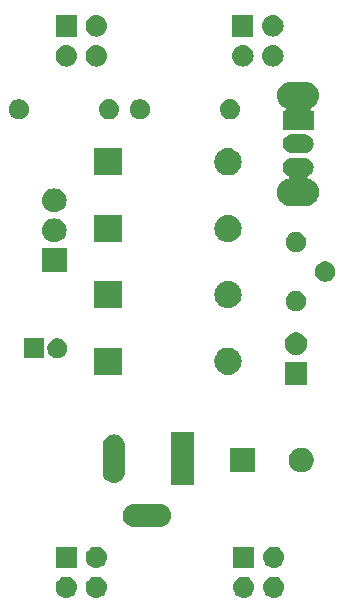
<source format=gbs>
G04 #@! TF.GenerationSoftware,KiCad,Pcbnew,(5.1.4)-1*
G04 #@! TF.CreationDate,2021-12-08T14:09:57-07:00*
G04 #@! TF.ProjectId,BreadBoard PS Variable,42726561-6442-46f6-9172-642050532056,2*
G04 #@! TF.SameCoordinates,Original*
G04 #@! TF.FileFunction,Soldermask,Bot*
G04 #@! TF.FilePolarity,Negative*
%FSLAX46Y46*%
G04 Gerber Fmt 4.6, Leading zero omitted, Abs format (unit mm)*
G04 Created by KiCad (PCBNEW (5.1.4)-1) date 2021-12-08 14:09:57*
%MOMM*%
%LPD*%
G04 APERTURE LIST*
%ADD10C,0.100000*%
G04 APERTURE END LIST*
D10*
G36*
X165049343Y-120936619D02*
G01*
X165115527Y-120943137D01*
X165285366Y-120994657D01*
X165441891Y-121078322D01*
X165477629Y-121107652D01*
X165579086Y-121190914D01*
X165662348Y-121292371D01*
X165691678Y-121328109D01*
X165775343Y-121484634D01*
X165826863Y-121654473D01*
X165844259Y-121831100D01*
X165826863Y-122007727D01*
X165775343Y-122177566D01*
X165691678Y-122334091D01*
X165662348Y-122369829D01*
X165579086Y-122471286D01*
X165477629Y-122554548D01*
X165441891Y-122583878D01*
X165285366Y-122667543D01*
X165115527Y-122719063D01*
X165049342Y-122725582D01*
X164983160Y-122732100D01*
X164894640Y-122732100D01*
X164828458Y-122725582D01*
X164762273Y-122719063D01*
X164592434Y-122667543D01*
X164435909Y-122583878D01*
X164400171Y-122554548D01*
X164298714Y-122471286D01*
X164215452Y-122369829D01*
X164186122Y-122334091D01*
X164102457Y-122177566D01*
X164050937Y-122007727D01*
X164033541Y-121831100D01*
X164050937Y-121654473D01*
X164102457Y-121484634D01*
X164186122Y-121328109D01*
X164215452Y-121292371D01*
X164298714Y-121190914D01*
X164400171Y-121107652D01*
X164435909Y-121078322D01*
X164592434Y-120994657D01*
X164762273Y-120943137D01*
X164828457Y-120936619D01*
X164894640Y-120930100D01*
X164983160Y-120930100D01*
X165049343Y-120936619D01*
X165049343Y-120936619D01*
G37*
G36*
X162509343Y-120936619D02*
G01*
X162575527Y-120943137D01*
X162745366Y-120994657D01*
X162901891Y-121078322D01*
X162937629Y-121107652D01*
X163039086Y-121190914D01*
X163122348Y-121292371D01*
X163151678Y-121328109D01*
X163235343Y-121484634D01*
X163286863Y-121654473D01*
X163304259Y-121831100D01*
X163286863Y-122007727D01*
X163235343Y-122177566D01*
X163151678Y-122334091D01*
X163122348Y-122369829D01*
X163039086Y-122471286D01*
X162937629Y-122554548D01*
X162901891Y-122583878D01*
X162745366Y-122667543D01*
X162575527Y-122719063D01*
X162509342Y-122725582D01*
X162443160Y-122732100D01*
X162354640Y-122732100D01*
X162288458Y-122725582D01*
X162222273Y-122719063D01*
X162052434Y-122667543D01*
X161895909Y-122583878D01*
X161860171Y-122554548D01*
X161758714Y-122471286D01*
X161675452Y-122369829D01*
X161646122Y-122334091D01*
X161562457Y-122177566D01*
X161510937Y-122007727D01*
X161493541Y-121831100D01*
X161510937Y-121654473D01*
X161562457Y-121484634D01*
X161646122Y-121328109D01*
X161675452Y-121292371D01*
X161758714Y-121190914D01*
X161860171Y-121107652D01*
X161895909Y-121078322D01*
X162052434Y-120994657D01*
X162222273Y-120943137D01*
X162288457Y-120936619D01*
X162354640Y-120930100D01*
X162443160Y-120930100D01*
X162509343Y-120936619D01*
X162509343Y-120936619D01*
G37*
G36*
X150037943Y-120936619D02*
G01*
X150104127Y-120943137D01*
X150273966Y-120994657D01*
X150430491Y-121078322D01*
X150466229Y-121107652D01*
X150567686Y-121190914D01*
X150650948Y-121292371D01*
X150680278Y-121328109D01*
X150763943Y-121484634D01*
X150815463Y-121654473D01*
X150832859Y-121831100D01*
X150815463Y-122007727D01*
X150763943Y-122177566D01*
X150680278Y-122334091D01*
X150650948Y-122369829D01*
X150567686Y-122471286D01*
X150466229Y-122554548D01*
X150430491Y-122583878D01*
X150273966Y-122667543D01*
X150104127Y-122719063D01*
X150037942Y-122725582D01*
X149971760Y-122732100D01*
X149883240Y-122732100D01*
X149817058Y-122725582D01*
X149750873Y-122719063D01*
X149581034Y-122667543D01*
X149424509Y-122583878D01*
X149388771Y-122554548D01*
X149287314Y-122471286D01*
X149204052Y-122369829D01*
X149174722Y-122334091D01*
X149091057Y-122177566D01*
X149039537Y-122007727D01*
X149022141Y-121831100D01*
X149039537Y-121654473D01*
X149091057Y-121484634D01*
X149174722Y-121328109D01*
X149204052Y-121292371D01*
X149287314Y-121190914D01*
X149388771Y-121107652D01*
X149424509Y-121078322D01*
X149581034Y-120994657D01*
X149750873Y-120943137D01*
X149817057Y-120936619D01*
X149883240Y-120930100D01*
X149971760Y-120930100D01*
X150037943Y-120936619D01*
X150037943Y-120936619D01*
G37*
G36*
X147497943Y-120936619D02*
G01*
X147564127Y-120943137D01*
X147733966Y-120994657D01*
X147890491Y-121078322D01*
X147926229Y-121107652D01*
X148027686Y-121190914D01*
X148110948Y-121292371D01*
X148140278Y-121328109D01*
X148223943Y-121484634D01*
X148275463Y-121654473D01*
X148292859Y-121831100D01*
X148275463Y-122007727D01*
X148223943Y-122177566D01*
X148140278Y-122334091D01*
X148110948Y-122369829D01*
X148027686Y-122471286D01*
X147926229Y-122554548D01*
X147890491Y-122583878D01*
X147733966Y-122667543D01*
X147564127Y-122719063D01*
X147497942Y-122725582D01*
X147431760Y-122732100D01*
X147343240Y-122732100D01*
X147277058Y-122725582D01*
X147210873Y-122719063D01*
X147041034Y-122667543D01*
X146884509Y-122583878D01*
X146848771Y-122554548D01*
X146747314Y-122471286D01*
X146664052Y-122369829D01*
X146634722Y-122334091D01*
X146551057Y-122177566D01*
X146499537Y-122007727D01*
X146482141Y-121831100D01*
X146499537Y-121654473D01*
X146551057Y-121484634D01*
X146634722Y-121328109D01*
X146664052Y-121292371D01*
X146747314Y-121190914D01*
X146848771Y-121107652D01*
X146884509Y-121078322D01*
X147041034Y-120994657D01*
X147210873Y-120943137D01*
X147277057Y-120936619D01*
X147343240Y-120930100D01*
X147431760Y-120930100D01*
X147497943Y-120936619D01*
X147497943Y-120936619D01*
G37*
G36*
X148288500Y-120192100D02*
G01*
X146486500Y-120192100D01*
X146486500Y-118390100D01*
X148288500Y-118390100D01*
X148288500Y-120192100D01*
X148288500Y-120192100D01*
G37*
G36*
X150037942Y-118396618D02*
G01*
X150104127Y-118403137D01*
X150273966Y-118454657D01*
X150430491Y-118538322D01*
X150466229Y-118567652D01*
X150567686Y-118650914D01*
X150650948Y-118752371D01*
X150680278Y-118788109D01*
X150763943Y-118944634D01*
X150815463Y-119114473D01*
X150832859Y-119291100D01*
X150815463Y-119467727D01*
X150763943Y-119637566D01*
X150680278Y-119794091D01*
X150650948Y-119829829D01*
X150567686Y-119931286D01*
X150466229Y-120014548D01*
X150430491Y-120043878D01*
X150273966Y-120127543D01*
X150104127Y-120179063D01*
X150037943Y-120185581D01*
X149971760Y-120192100D01*
X149883240Y-120192100D01*
X149817057Y-120185581D01*
X149750873Y-120179063D01*
X149581034Y-120127543D01*
X149424509Y-120043878D01*
X149388771Y-120014548D01*
X149287314Y-119931286D01*
X149204052Y-119829829D01*
X149174722Y-119794091D01*
X149091057Y-119637566D01*
X149039537Y-119467727D01*
X149022141Y-119291100D01*
X149039537Y-119114473D01*
X149091057Y-118944634D01*
X149174722Y-118788109D01*
X149204052Y-118752371D01*
X149287314Y-118650914D01*
X149388771Y-118567652D01*
X149424509Y-118538322D01*
X149581034Y-118454657D01*
X149750873Y-118403137D01*
X149817058Y-118396618D01*
X149883240Y-118390100D01*
X149971760Y-118390100D01*
X150037942Y-118396618D01*
X150037942Y-118396618D01*
G37*
G36*
X163299900Y-120192100D02*
G01*
X161497900Y-120192100D01*
X161497900Y-118390100D01*
X163299900Y-118390100D01*
X163299900Y-120192100D01*
X163299900Y-120192100D01*
G37*
G36*
X165049342Y-118396618D02*
G01*
X165115527Y-118403137D01*
X165285366Y-118454657D01*
X165441891Y-118538322D01*
X165477629Y-118567652D01*
X165579086Y-118650914D01*
X165662348Y-118752371D01*
X165691678Y-118788109D01*
X165775343Y-118944634D01*
X165826863Y-119114473D01*
X165844259Y-119291100D01*
X165826863Y-119467727D01*
X165775343Y-119637566D01*
X165691678Y-119794091D01*
X165662348Y-119829829D01*
X165579086Y-119931286D01*
X165477629Y-120014548D01*
X165441891Y-120043878D01*
X165285366Y-120127543D01*
X165115527Y-120179063D01*
X165049343Y-120185581D01*
X164983160Y-120192100D01*
X164894640Y-120192100D01*
X164828457Y-120185581D01*
X164762273Y-120179063D01*
X164592434Y-120127543D01*
X164435909Y-120043878D01*
X164400171Y-120014548D01*
X164298714Y-119931286D01*
X164215452Y-119829829D01*
X164186122Y-119794091D01*
X164102457Y-119637566D01*
X164050937Y-119467727D01*
X164033541Y-119291100D01*
X164050937Y-119114473D01*
X164102457Y-118944634D01*
X164186122Y-118788109D01*
X164215452Y-118752371D01*
X164298714Y-118650914D01*
X164400171Y-118567652D01*
X164435909Y-118538322D01*
X164592434Y-118454657D01*
X164762273Y-118403137D01*
X164828458Y-118396618D01*
X164894640Y-118390100D01*
X164983160Y-118390100D01*
X165049342Y-118396618D01*
X165049342Y-118396618D01*
G37*
G36*
X155499725Y-114822660D02*
G01*
X155499728Y-114822661D01*
X155499729Y-114822661D01*
X155678993Y-114877040D01*
X155678996Y-114877042D01*
X155678997Y-114877042D01*
X155844203Y-114965346D01*
X155989012Y-115084188D01*
X156107854Y-115228997D01*
X156196158Y-115394203D01*
X156196160Y-115394207D01*
X156250539Y-115573471D01*
X156250540Y-115573475D01*
X156268901Y-115759900D01*
X156250540Y-115946325D01*
X156250539Y-115946328D01*
X156250539Y-115946329D01*
X156196160Y-116125593D01*
X156196158Y-116125596D01*
X156196158Y-116125597D01*
X156107854Y-116290803D01*
X155989012Y-116435612D01*
X155844203Y-116554454D01*
X155678997Y-116642758D01*
X155678993Y-116642760D01*
X155499729Y-116697139D01*
X155499728Y-116697139D01*
X155499725Y-116697140D01*
X155360018Y-116710900D01*
X153066582Y-116710900D01*
X152926875Y-116697140D01*
X152926872Y-116697139D01*
X152926871Y-116697139D01*
X152747607Y-116642760D01*
X152747603Y-116642758D01*
X152582397Y-116554454D01*
X152437588Y-116435612D01*
X152318746Y-116290803D01*
X152230442Y-116125597D01*
X152230442Y-116125596D01*
X152230440Y-116125593D01*
X152176061Y-115946329D01*
X152176061Y-115946328D01*
X152176060Y-115946325D01*
X152157699Y-115759900D01*
X152176060Y-115573475D01*
X152176061Y-115573471D01*
X152230440Y-115394207D01*
X152230442Y-115394203D01*
X152318746Y-115228997D01*
X152437588Y-115084188D01*
X152582397Y-114965346D01*
X152747603Y-114877042D01*
X152747604Y-114877042D01*
X152747607Y-114877040D01*
X152926871Y-114822661D01*
X152926872Y-114822661D01*
X152926875Y-114822660D01*
X153066582Y-114808900D01*
X155360018Y-114808900D01*
X155499725Y-114822660D01*
X155499725Y-114822660D01*
G37*
G36*
X158164300Y-113210900D02*
G01*
X156262300Y-113210900D01*
X156262300Y-108708900D01*
X158164300Y-108708900D01*
X158164300Y-113210900D01*
X158164300Y-113210900D01*
G37*
G36*
X151599725Y-108922660D02*
G01*
X151599728Y-108922661D01*
X151599729Y-108922661D01*
X151778993Y-108977040D01*
X151778996Y-108977042D01*
X151778997Y-108977042D01*
X151944203Y-109065346D01*
X152089012Y-109184188D01*
X152207854Y-109328997D01*
X152296158Y-109494203D01*
X152296160Y-109494207D01*
X152350539Y-109673471D01*
X152350540Y-109673475D01*
X152364300Y-109813182D01*
X152364300Y-112106618D01*
X152350540Y-112246325D01*
X152350539Y-112246328D01*
X152350539Y-112246329D01*
X152296160Y-112425593D01*
X152296158Y-112425596D01*
X152296158Y-112425597D01*
X152207854Y-112590803D01*
X152089012Y-112735612D01*
X151944203Y-112854454D01*
X151778996Y-112942758D01*
X151778992Y-112942760D01*
X151599728Y-112997139D01*
X151599727Y-112997139D01*
X151599724Y-112997140D01*
X151413300Y-113015501D01*
X151226875Y-112997140D01*
X151226872Y-112997139D01*
X151226871Y-112997139D01*
X151047607Y-112942760D01*
X151047603Y-112942758D01*
X150882397Y-112854454D01*
X150737588Y-112735612D01*
X150618746Y-112590803D01*
X150530442Y-112425596D01*
X150530441Y-112425593D01*
X150530440Y-112425592D01*
X150476061Y-112246328D01*
X150476061Y-112246327D01*
X150476060Y-112246324D01*
X150462300Y-112106617D01*
X150462301Y-109813182D01*
X150476061Y-109673475D01*
X150476062Y-109673471D01*
X150530441Y-109494207D01*
X150530443Y-109494203D01*
X150618747Y-109328997D01*
X150737589Y-109184188D01*
X150882398Y-109065346D01*
X151047604Y-108977042D01*
X151047605Y-108977042D01*
X151047608Y-108977040D01*
X151226872Y-108922661D01*
X151226873Y-108922661D01*
X151226876Y-108922660D01*
X151413300Y-108904299D01*
X151599725Y-108922660D01*
X151599725Y-108922660D01*
G37*
G36*
X163344300Y-112112500D02*
G01*
X161242300Y-112112500D01*
X161242300Y-110010500D01*
X163344300Y-110010500D01*
X163344300Y-112112500D01*
X163344300Y-112112500D01*
G37*
G36*
X167599864Y-110050889D02*
G01*
X167791133Y-110130115D01*
X167791135Y-110130116D01*
X167963273Y-110245135D01*
X168109665Y-110391527D01*
X168224685Y-110563667D01*
X168303911Y-110754936D01*
X168344300Y-110957984D01*
X168344300Y-111165016D01*
X168303911Y-111368064D01*
X168224685Y-111559333D01*
X168224684Y-111559335D01*
X168109665Y-111731473D01*
X167963273Y-111877865D01*
X167791135Y-111992884D01*
X167791134Y-111992885D01*
X167791133Y-111992885D01*
X167599864Y-112072111D01*
X167396816Y-112112500D01*
X167189784Y-112112500D01*
X166986736Y-112072111D01*
X166795467Y-111992885D01*
X166795466Y-111992885D01*
X166795465Y-111992884D01*
X166623327Y-111877865D01*
X166476935Y-111731473D01*
X166361916Y-111559335D01*
X166361915Y-111559333D01*
X166282689Y-111368064D01*
X166242300Y-111165016D01*
X166242300Y-110957984D01*
X166282689Y-110754936D01*
X166361915Y-110563667D01*
X166476935Y-110391527D01*
X166623327Y-110245135D01*
X166795465Y-110130116D01*
X166795467Y-110130115D01*
X166986736Y-110050889D01*
X167189784Y-110010500D01*
X167396816Y-110010500D01*
X167599864Y-110050889D01*
X167599864Y-110050889D01*
G37*
G36*
X167778200Y-104710000D02*
G01*
X165876200Y-104710000D01*
X165876200Y-102808000D01*
X167778200Y-102808000D01*
X167778200Y-104710000D01*
X167778200Y-104710000D01*
G37*
G36*
X161240271Y-101552303D02*
G01*
X161296635Y-101557854D01*
X161513600Y-101623670D01*
X161513602Y-101623671D01*
X161713555Y-101730547D01*
X161888818Y-101874382D01*
X162032653Y-102049645D01*
X162096983Y-102170000D01*
X162139530Y-102249600D01*
X162204477Y-102463700D01*
X162205346Y-102466566D01*
X162227569Y-102692200D01*
X162205346Y-102917834D01*
X162139529Y-103134802D01*
X162032653Y-103334755D01*
X161888818Y-103510018D01*
X161713555Y-103653853D01*
X161513602Y-103760729D01*
X161513600Y-103760730D01*
X161296635Y-103826546D01*
X161240271Y-103832097D01*
X161127545Y-103843200D01*
X161014455Y-103843200D01*
X160901729Y-103832097D01*
X160845365Y-103826546D01*
X160628400Y-103760730D01*
X160628398Y-103760729D01*
X160428445Y-103653853D01*
X160253182Y-103510018D01*
X160109347Y-103334755D01*
X160002471Y-103134802D01*
X159936654Y-102917834D01*
X159914431Y-102692200D01*
X159936654Y-102466566D01*
X159937523Y-102463700D01*
X160002470Y-102249600D01*
X160045017Y-102170000D01*
X160109347Y-102049645D01*
X160253182Y-101874382D01*
X160428445Y-101730547D01*
X160628398Y-101623671D01*
X160628400Y-101623670D01*
X160845365Y-101557854D01*
X160901729Y-101552303D01*
X161014455Y-101541200D01*
X161127545Y-101541200D01*
X161240271Y-101552303D01*
X161240271Y-101552303D01*
G37*
G36*
X152062000Y-103843200D02*
G01*
X149760000Y-103843200D01*
X149760000Y-101541200D01*
X152062000Y-101541200D01*
X152062000Y-103843200D01*
X152062000Y-103843200D01*
G37*
G36*
X145478600Y-102463700D02*
G01*
X143776600Y-102463700D01*
X143776600Y-100761700D01*
X145478600Y-100761700D01*
X145478600Y-102463700D01*
X145478600Y-102463700D01*
G37*
G36*
X146875828Y-100794403D02*
G01*
X147030700Y-100858553D01*
X147170081Y-100951685D01*
X147288615Y-101070219D01*
X147381747Y-101209600D01*
X147445897Y-101364472D01*
X147478600Y-101528884D01*
X147478600Y-101696516D01*
X147445897Y-101860928D01*
X147381747Y-102015800D01*
X147288615Y-102155181D01*
X147170081Y-102273715D01*
X147030700Y-102366847D01*
X146875828Y-102430997D01*
X146711416Y-102463700D01*
X146543784Y-102463700D01*
X146379372Y-102430997D01*
X146224500Y-102366847D01*
X146085119Y-102273715D01*
X145966585Y-102155181D01*
X145873453Y-102015800D01*
X145809303Y-101860928D01*
X145776600Y-101696516D01*
X145776600Y-101528884D01*
X145809303Y-101364472D01*
X145873453Y-101209600D01*
X145966585Y-101070219D01*
X146085119Y-100951685D01*
X146224500Y-100858553D01*
X146379372Y-100794403D01*
X146543784Y-100761700D01*
X146711416Y-100761700D01*
X146875828Y-100794403D01*
X146875828Y-100794403D01*
G37*
G36*
X167104595Y-100304546D02*
G01*
X167277666Y-100376234D01*
X167277667Y-100376235D01*
X167433427Y-100480310D01*
X167565890Y-100612773D01*
X167565891Y-100612775D01*
X167669966Y-100768534D01*
X167741654Y-100941605D01*
X167778200Y-101125333D01*
X167778200Y-101312667D01*
X167741654Y-101496395D01*
X167669966Y-101669466D01*
X167669965Y-101669467D01*
X167565890Y-101825227D01*
X167433427Y-101957690D01*
X167355018Y-102010081D01*
X167277666Y-102061766D01*
X167104595Y-102133454D01*
X166920867Y-102170000D01*
X166733533Y-102170000D01*
X166549805Y-102133454D01*
X166376734Y-102061766D01*
X166299382Y-102010081D01*
X166220973Y-101957690D01*
X166088510Y-101825227D01*
X165984435Y-101669467D01*
X165984434Y-101669466D01*
X165912746Y-101496395D01*
X165876200Y-101312667D01*
X165876200Y-101125333D01*
X165912746Y-100941605D01*
X165984434Y-100768534D01*
X166088509Y-100612775D01*
X166088510Y-100612773D01*
X166220973Y-100480310D01*
X166376733Y-100376235D01*
X166376734Y-100376234D01*
X166549805Y-100304546D01*
X166733533Y-100268000D01*
X166920867Y-100268000D01*
X167104595Y-100304546D01*
X167104595Y-100304546D01*
G37*
G36*
X167065643Y-96780487D02*
G01*
X167222338Y-96845392D01*
X167363353Y-96939615D01*
X167483285Y-97059547D01*
X167577508Y-97200562D01*
X167642413Y-97357257D01*
X167675500Y-97523598D01*
X167675500Y-97693202D01*
X167642413Y-97859543D01*
X167577508Y-98016238D01*
X167483285Y-98157253D01*
X167363353Y-98277185D01*
X167222338Y-98371408D01*
X167065643Y-98436313D01*
X166899302Y-98469400D01*
X166729698Y-98469400D01*
X166563357Y-98436313D01*
X166406662Y-98371408D01*
X166265647Y-98277185D01*
X166145715Y-98157253D01*
X166051492Y-98016238D01*
X165986587Y-97859543D01*
X165953500Y-97693202D01*
X165953500Y-97523598D01*
X165986587Y-97357257D01*
X166051492Y-97200562D01*
X166145715Y-97059547D01*
X166265647Y-96939615D01*
X166406662Y-96845392D01*
X166563357Y-96780487D01*
X166729698Y-96747400D01*
X166899302Y-96747400D01*
X167065643Y-96780487D01*
X167065643Y-96780487D01*
G37*
G36*
X152062000Y-98220675D02*
G01*
X149760000Y-98220675D01*
X149760000Y-95918675D01*
X152062000Y-95918675D01*
X152062000Y-98220675D01*
X152062000Y-98220675D01*
G37*
G36*
X161240271Y-95929778D02*
G01*
X161296635Y-95935329D01*
X161513600Y-96001145D01*
X161513602Y-96001146D01*
X161713555Y-96108022D01*
X161888818Y-96251857D01*
X162032653Y-96427120D01*
X162139529Y-96627073D01*
X162139530Y-96627075D01*
X162205346Y-96844040D01*
X162227569Y-97069675D01*
X162205346Y-97295310D01*
X162186555Y-97357256D01*
X162139529Y-97512277D01*
X162032653Y-97712230D01*
X161888818Y-97887493D01*
X161713555Y-98031328D01*
X161513602Y-98138204D01*
X161513600Y-98138205D01*
X161296635Y-98204021D01*
X161240271Y-98209572D01*
X161127545Y-98220675D01*
X161014455Y-98220675D01*
X160901729Y-98209572D01*
X160845365Y-98204021D01*
X160628400Y-98138205D01*
X160628398Y-98138204D01*
X160428445Y-98031328D01*
X160253182Y-97887493D01*
X160109347Y-97712230D01*
X160002471Y-97512277D01*
X159955446Y-97357256D01*
X159936654Y-97295310D01*
X159914431Y-97069675D01*
X159936654Y-96844040D01*
X160002470Y-96627075D01*
X160002471Y-96627073D01*
X160109347Y-96427120D01*
X160253182Y-96251857D01*
X160428445Y-96108022D01*
X160628398Y-96001146D01*
X160628400Y-96001145D01*
X160845365Y-95935329D01*
X160901729Y-95929778D01*
X161014455Y-95918675D01*
X161127545Y-95918675D01*
X161240271Y-95929778D01*
X161240271Y-95929778D01*
G37*
G36*
X169565643Y-94280487D02*
G01*
X169722338Y-94345392D01*
X169863353Y-94439615D01*
X169983285Y-94559547D01*
X170077508Y-94700562D01*
X170142413Y-94857257D01*
X170175500Y-95023598D01*
X170175500Y-95193202D01*
X170142413Y-95359543D01*
X170077508Y-95516238D01*
X169983285Y-95657253D01*
X169863353Y-95777185D01*
X169722338Y-95871408D01*
X169565643Y-95936313D01*
X169399302Y-95969400D01*
X169229698Y-95969400D01*
X169063357Y-95936313D01*
X168906662Y-95871408D01*
X168765647Y-95777185D01*
X168645715Y-95657253D01*
X168551492Y-95516238D01*
X168486587Y-95359543D01*
X168453500Y-95193202D01*
X168453500Y-95023598D01*
X168486587Y-94857257D01*
X168551492Y-94700562D01*
X168645715Y-94559547D01*
X168765647Y-94439615D01*
X168906662Y-94345392D01*
X169063357Y-94280487D01*
X169229698Y-94247400D01*
X169399302Y-94247400D01*
X169565643Y-94280487D01*
X169565643Y-94280487D01*
G37*
G36*
X147418500Y-95161300D02*
G01*
X145316500Y-95161300D01*
X145316500Y-93154300D01*
X147418500Y-93154300D01*
X147418500Y-95161300D01*
X147418500Y-95161300D01*
G37*
G36*
X167065643Y-91780487D02*
G01*
X167222338Y-91845392D01*
X167363353Y-91939615D01*
X167483285Y-92059547D01*
X167577508Y-92200562D01*
X167642413Y-92357257D01*
X167675500Y-92523598D01*
X167675500Y-92693202D01*
X167642413Y-92859543D01*
X167577508Y-93016238D01*
X167483285Y-93157253D01*
X167363353Y-93277185D01*
X167222338Y-93371408D01*
X167065643Y-93436313D01*
X166899302Y-93469400D01*
X166729698Y-93469400D01*
X166563357Y-93436313D01*
X166406662Y-93371408D01*
X166265647Y-93277185D01*
X166145715Y-93157253D01*
X166051492Y-93016238D01*
X165986587Y-92859543D01*
X165953500Y-92693202D01*
X165953500Y-92523598D01*
X165986587Y-92357257D01*
X166051492Y-92200562D01*
X166145715Y-92059547D01*
X166265647Y-91939615D01*
X166406662Y-91845392D01*
X166563357Y-91780487D01*
X166729698Y-91747400D01*
X166899302Y-91747400D01*
X167065643Y-91780487D01*
X167065643Y-91780487D01*
G37*
G36*
X146513436Y-90619140D02*
G01*
X146611720Y-90628820D01*
X146800881Y-90686201D01*
X146975212Y-90779383D01*
X147128015Y-90904785D01*
X147253417Y-91057588D01*
X147335941Y-91211980D01*
X147341039Y-91221516D01*
X147346599Y-91231919D01*
X147403980Y-91421080D01*
X147423355Y-91617800D01*
X147403980Y-91814520D01*
X147346599Y-92003681D01*
X147253417Y-92178012D01*
X147128015Y-92330815D01*
X146975212Y-92456217D01*
X146800881Y-92549399D01*
X146611720Y-92606780D01*
X146513436Y-92616460D01*
X146464295Y-92621300D01*
X146270705Y-92621300D01*
X146221564Y-92616460D01*
X146123280Y-92606780D01*
X145934119Y-92549399D01*
X145759788Y-92456217D01*
X145606985Y-92330815D01*
X145481583Y-92178012D01*
X145388401Y-92003681D01*
X145331020Y-91814520D01*
X145311645Y-91617800D01*
X145331020Y-91421080D01*
X145388401Y-91231919D01*
X145393962Y-91221516D01*
X145399059Y-91211980D01*
X145481583Y-91057588D01*
X145606985Y-90904785D01*
X145759788Y-90779383D01*
X145934119Y-90686201D01*
X146123280Y-90628820D01*
X146221564Y-90619140D01*
X146270705Y-90614300D01*
X146464295Y-90614300D01*
X146513436Y-90619140D01*
X146513436Y-90619140D01*
G37*
G36*
X152062000Y-92598150D02*
G01*
X149760000Y-92598150D01*
X149760000Y-90296150D01*
X152062000Y-90296150D01*
X152062000Y-92598150D01*
X152062000Y-92598150D01*
G37*
G36*
X161240271Y-90307253D02*
G01*
X161296635Y-90312804D01*
X161513600Y-90378620D01*
X161513602Y-90378621D01*
X161713555Y-90485497D01*
X161888818Y-90629332D01*
X162032653Y-90804595D01*
X162086205Y-90904785D01*
X162139530Y-91004550D01*
X162205346Y-91221515D01*
X162227569Y-91447150D01*
X162205346Y-91672785D01*
X162162352Y-91814518D01*
X162139529Y-91889752D01*
X162032653Y-92089705D01*
X161888818Y-92264968D01*
X161713555Y-92408803D01*
X161513602Y-92515679D01*
X161513600Y-92515680D01*
X161296635Y-92581496D01*
X161240271Y-92587047D01*
X161127545Y-92598150D01*
X161014455Y-92598150D01*
X160901729Y-92587047D01*
X160845365Y-92581496D01*
X160628400Y-92515680D01*
X160628398Y-92515679D01*
X160428445Y-92408803D01*
X160253182Y-92264968D01*
X160109347Y-92089705D01*
X160002471Y-91889752D01*
X159979649Y-91814518D01*
X159936654Y-91672785D01*
X159914431Y-91447150D01*
X159936654Y-91221515D01*
X160002470Y-91004550D01*
X160055795Y-90904785D01*
X160109347Y-90804595D01*
X160253182Y-90629332D01*
X160428445Y-90485497D01*
X160628398Y-90378621D01*
X160628400Y-90378620D01*
X160845365Y-90312804D01*
X160901729Y-90307253D01*
X161014455Y-90296150D01*
X161127545Y-90296150D01*
X161240271Y-90307253D01*
X161240271Y-90307253D01*
G37*
G36*
X146513436Y-88079140D02*
G01*
X146611720Y-88088820D01*
X146800881Y-88146201D01*
X146975212Y-88239383D01*
X147128015Y-88364785D01*
X147253417Y-88517588D01*
X147346599Y-88691919D01*
X147403980Y-88881080D01*
X147423355Y-89077800D01*
X147403980Y-89274520D01*
X147346599Y-89463681D01*
X147253417Y-89638012D01*
X147128015Y-89790815D01*
X146975212Y-89916217D01*
X146800881Y-90009399D01*
X146611720Y-90066780D01*
X146513436Y-90076460D01*
X146464295Y-90081300D01*
X146270705Y-90081300D01*
X146221564Y-90076460D01*
X146123280Y-90066780D01*
X145934119Y-90009399D01*
X145759788Y-89916217D01*
X145606985Y-89790815D01*
X145481583Y-89638012D01*
X145388401Y-89463681D01*
X145331020Y-89274520D01*
X145311645Y-89077800D01*
X145331020Y-88881080D01*
X145388401Y-88691919D01*
X145481583Y-88517588D01*
X145606985Y-88364785D01*
X145759788Y-88239383D01*
X145934119Y-88146201D01*
X146123280Y-88088820D01*
X146221564Y-88079140D01*
X146270705Y-88074300D01*
X146464295Y-88074300D01*
X146513436Y-88079140D01*
X146513436Y-88079140D01*
G37*
G36*
X167596271Y-85486163D02*
G01*
X167674723Y-85493890D01*
X167775382Y-85524425D01*
X167825713Y-85539692D01*
X167964865Y-85614071D01*
X168086833Y-85714167D01*
X168186929Y-85836135D01*
X168261308Y-85975287D01*
X168261308Y-85975288D01*
X168307110Y-86126277D01*
X168322575Y-86283300D01*
X168307110Y-86440323D01*
X168298963Y-86467180D01*
X168261308Y-86591313D01*
X168186929Y-86730465D01*
X168086833Y-86852433D01*
X167964865Y-86952529D01*
X167848861Y-87014535D01*
X167828487Y-87028149D01*
X167811160Y-87045476D01*
X167797546Y-87065850D01*
X167788169Y-87088489D01*
X167783389Y-87112523D01*
X167783389Y-87137027D01*
X167788170Y-87161060D01*
X167797547Y-87183699D01*
X167811161Y-87204073D01*
X167828488Y-87221400D01*
X167848862Y-87235014D01*
X167871501Y-87244391D01*
X167891216Y-87248312D01*
X167893331Y-87248954D01*
X167893335Y-87248954D01*
X168110300Y-87314770D01*
X168110302Y-87314771D01*
X168310255Y-87421647D01*
X168485518Y-87565482D01*
X168629353Y-87740745D01*
X168736229Y-87940698D01*
X168736230Y-87940700D01*
X168802046Y-88157665D01*
X168824269Y-88383300D01*
X168802046Y-88608935D01*
X168776874Y-88691917D01*
X168736229Y-88825902D01*
X168629353Y-89025855D01*
X168485518Y-89201118D01*
X168310255Y-89344953D01*
X168110302Y-89451829D01*
X168110300Y-89451830D01*
X167893335Y-89517646D01*
X167836971Y-89523197D01*
X167724245Y-89534300D01*
X166311155Y-89534300D01*
X166198429Y-89523197D01*
X166142065Y-89517646D01*
X165925100Y-89451830D01*
X165925098Y-89451829D01*
X165725145Y-89344953D01*
X165549882Y-89201118D01*
X165406047Y-89025855D01*
X165299171Y-88825902D01*
X165258527Y-88691917D01*
X165233354Y-88608935D01*
X165211131Y-88383300D01*
X165233354Y-88157665D01*
X165299170Y-87940700D01*
X165299171Y-87940698D01*
X165406047Y-87740745D01*
X165549882Y-87565482D01*
X165725145Y-87421647D01*
X165925098Y-87314771D01*
X165925100Y-87314770D01*
X166142065Y-87248954D01*
X166142069Y-87248954D01*
X166144184Y-87248312D01*
X166163897Y-87244391D01*
X166186536Y-87235015D01*
X166206910Y-87221401D01*
X166224238Y-87204075D01*
X166237852Y-87183701D01*
X166247230Y-87161062D01*
X166252011Y-87137029D01*
X166252011Y-87112525D01*
X166247231Y-87088491D01*
X166237855Y-87065852D01*
X166224241Y-87045478D01*
X166206915Y-87028150D01*
X166186539Y-87014535D01*
X166070535Y-86952529D01*
X165948567Y-86852433D01*
X165848471Y-86730465D01*
X165774092Y-86591313D01*
X165736437Y-86467180D01*
X165728290Y-86440323D01*
X165712825Y-86283300D01*
X165728290Y-86126277D01*
X165774092Y-85975288D01*
X165774092Y-85975287D01*
X165848471Y-85836135D01*
X165948567Y-85714167D01*
X166070535Y-85614071D01*
X166209687Y-85539692D01*
X166260018Y-85524425D01*
X166360677Y-85493890D01*
X166439129Y-85486163D01*
X166478354Y-85482300D01*
X167557046Y-85482300D01*
X167596271Y-85486163D01*
X167596271Y-85486163D01*
G37*
G36*
X152062000Y-86975625D02*
G01*
X149760000Y-86975625D01*
X149760000Y-84673625D01*
X152062000Y-84673625D01*
X152062000Y-86975625D01*
X152062000Y-86975625D01*
G37*
G36*
X161240271Y-84684728D02*
G01*
X161296635Y-84690279D01*
X161513600Y-84756095D01*
X161513602Y-84756096D01*
X161713555Y-84862972D01*
X161888818Y-85006807D01*
X162032653Y-85182070D01*
X162139529Y-85382023D01*
X162139530Y-85382025D01*
X162205346Y-85598990D01*
X162227569Y-85824625D01*
X162205346Y-86050260D01*
X162182286Y-86126279D01*
X162139529Y-86267227D01*
X162032653Y-86467180D01*
X161888818Y-86642443D01*
X161713555Y-86786278D01*
X161589786Y-86852433D01*
X161513600Y-86893155D01*
X161296635Y-86958971D01*
X161240271Y-86964522D01*
X161127545Y-86975625D01*
X161014455Y-86975625D01*
X160901729Y-86964522D01*
X160845365Y-86958971D01*
X160628400Y-86893155D01*
X160552214Y-86852433D01*
X160428445Y-86786278D01*
X160253182Y-86642443D01*
X160109347Y-86467180D01*
X160002471Y-86267227D01*
X159959715Y-86126279D01*
X159936654Y-86050260D01*
X159914431Y-85824625D01*
X159936654Y-85598990D01*
X160002470Y-85382025D01*
X160002471Y-85382023D01*
X160109347Y-85182070D01*
X160253182Y-85006807D01*
X160428445Y-84862972D01*
X160628398Y-84756096D01*
X160628400Y-84756095D01*
X160845365Y-84690279D01*
X160901729Y-84684728D01*
X161014455Y-84673625D01*
X161127545Y-84673625D01*
X161240271Y-84684728D01*
X161240271Y-84684728D01*
G37*
G36*
X167596271Y-83486163D02*
G01*
X167674723Y-83493890D01*
X167775382Y-83524425D01*
X167825713Y-83539692D01*
X167964865Y-83614071D01*
X168086833Y-83714167D01*
X168186929Y-83836135D01*
X168261308Y-83975287D01*
X168261308Y-83975288D01*
X168307110Y-84126277D01*
X168322575Y-84283300D01*
X168307110Y-84440323D01*
X168276575Y-84540982D01*
X168261308Y-84591313D01*
X168186929Y-84730465D01*
X168086833Y-84852433D01*
X167964865Y-84952529D01*
X167825713Y-85026908D01*
X167775382Y-85042175D01*
X167674723Y-85072710D01*
X167596271Y-85080437D01*
X167557046Y-85084300D01*
X166478354Y-85084300D01*
X166439129Y-85080437D01*
X166360677Y-85072710D01*
X166260018Y-85042175D01*
X166209687Y-85026908D01*
X166070535Y-84952529D01*
X165948567Y-84852433D01*
X165848471Y-84730465D01*
X165774092Y-84591313D01*
X165758825Y-84540982D01*
X165728290Y-84440323D01*
X165712825Y-84283300D01*
X165728290Y-84126277D01*
X165774092Y-83975288D01*
X165774092Y-83975287D01*
X165848471Y-83836135D01*
X165948567Y-83714167D01*
X166070535Y-83614071D01*
X166209687Y-83539692D01*
X166260018Y-83524425D01*
X166360677Y-83493890D01*
X166439129Y-83486163D01*
X166478354Y-83482300D01*
X167557046Y-83482300D01*
X167596271Y-83486163D01*
X167596271Y-83486163D01*
G37*
G36*
X167836971Y-79043403D02*
G01*
X167893335Y-79048954D01*
X168110300Y-79114770D01*
X168110302Y-79114771D01*
X168310255Y-79221647D01*
X168485518Y-79365482D01*
X168629353Y-79540745D01*
X168736229Y-79740698D01*
X168736230Y-79740700D01*
X168802046Y-79957665D01*
X168824269Y-80183300D01*
X168802046Y-80408935D01*
X168739612Y-80614752D01*
X168736229Y-80625902D01*
X168629353Y-80825855D01*
X168485518Y-81001118D01*
X168310255Y-81144953D01*
X168119221Y-81247062D01*
X168098847Y-81260675D01*
X168081520Y-81278002D01*
X168067906Y-81298377D01*
X168058528Y-81321015D01*
X168053748Y-81345049D01*
X168053748Y-81369553D01*
X168058528Y-81393586D01*
X168067906Y-81416225D01*
X168081519Y-81436599D01*
X168098846Y-81453926D01*
X168119221Y-81467540D01*
X168141859Y-81476918D01*
X168165893Y-81481698D01*
X168178145Y-81482300D01*
X168318700Y-81482300D01*
X168318700Y-83084300D01*
X165716700Y-83084300D01*
X165716700Y-81482300D01*
X165857255Y-81482300D01*
X165881641Y-81479898D01*
X165905090Y-81472785D01*
X165926701Y-81461234D01*
X165945643Y-81445689D01*
X165961188Y-81426747D01*
X165972739Y-81405136D01*
X165979852Y-81381687D01*
X165982254Y-81357301D01*
X165979852Y-81332915D01*
X165972739Y-81309466D01*
X165961188Y-81287855D01*
X165945643Y-81268913D01*
X165926701Y-81253368D01*
X165916179Y-81247062D01*
X165725145Y-81144953D01*
X165549882Y-81001118D01*
X165406047Y-80825855D01*
X165299171Y-80625902D01*
X165295789Y-80614752D01*
X165233354Y-80408935D01*
X165211131Y-80183300D01*
X165233354Y-79957665D01*
X165299170Y-79740700D01*
X165299171Y-79740698D01*
X165406047Y-79540745D01*
X165549882Y-79365482D01*
X165725145Y-79221647D01*
X165925098Y-79114771D01*
X165925100Y-79114770D01*
X166142065Y-79048954D01*
X166198429Y-79043403D01*
X166311155Y-79032300D01*
X167724245Y-79032300D01*
X167836971Y-79043403D01*
X167836971Y-79043403D01*
G37*
G36*
X153867428Y-80550603D02*
G01*
X154022300Y-80614753D01*
X154161681Y-80707885D01*
X154280215Y-80826419D01*
X154373347Y-80965800D01*
X154437497Y-81120672D01*
X154470200Y-81285084D01*
X154470200Y-81452716D01*
X154437497Y-81617128D01*
X154373347Y-81772000D01*
X154280215Y-81911381D01*
X154161681Y-82029915D01*
X154022300Y-82123047D01*
X153867428Y-82187197D01*
X153703016Y-82219900D01*
X153535384Y-82219900D01*
X153370972Y-82187197D01*
X153216100Y-82123047D01*
X153076719Y-82029915D01*
X152958185Y-81911381D01*
X152865053Y-81772000D01*
X152800903Y-81617128D01*
X152768200Y-81452716D01*
X152768200Y-81285084D01*
X152800903Y-81120672D01*
X152865053Y-80965800D01*
X152958185Y-80826419D01*
X153076719Y-80707885D01*
X153216100Y-80614753D01*
X153370972Y-80550603D01*
X153535384Y-80517900D01*
X153703016Y-80517900D01*
X153867428Y-80550603D01*
X153867428Y-80550603D01*
G37*
G36*
X143618528Y-80550603D02*
G01*
X143773400Y-80614753D01*
X143912781Y-80707885D01*
X144031315Y-80826419D01*
X144124447Y-80965800D01*
X144188597Y-81120672D01*
X144221300Y-81285084D01*
X144221300Y-81452716D01*
X144188597Y-81617128D01*
X144124447Y-81772000D01*
X144031315Y-81911381D01*
X143912781Y-82029915D01*
X143773400Y-82123047D01*
X143618528Y-82187197D01*
X143454116Y-82219900D01*
X143286484Y-82219900D01*
X143122072Y-82187197D01*
X142967200Y-82123047D01*
X142827819Y-82029915D01*
X142709285Y-81911381D01*
X142616153Y-81772000D01*
X142552003Y-81617128D01*
X142519300Y-81452716D01*
X142519300Y-81285084D01*
X142552003Y-81120672D01*
X142616153Y-80965800D01*
X142709285Y-80826419D01*
X142827819Y-80707885D01*
X142967200Y-80614753D01*
X143122072Y-80550603D01*
X143286484Y-80517900D01*
X143454116Y-80517900D01*
X143618528Y-80550603D01*
X143618528Y-80550603D01*
G37*
G36*
X151157123Y-80530213D02*
G01*
X151317542Y-80578876D01*
X151405521Y-80625902D01*
X151465378Y-80657896D01*
X151594959Y-80764241D01*
X151701304Y-80893822D01*
X151701305Y-80893824D01*
X151780324Y-81041658D01*
X151828987Y-81202077D01*
X151845417Y-81368900D01*
X151828987Y-81535723D01*
X151780324Y-81696142D01*
X151739777Y-81772000D01*
X151701304Y-81843978D01*
X151594959Y-81973559D01*
X151465378Y-82079904D01*
X151465376Y-82079905D01*
X151317542Y-82158924D01*
X151157123Y-82207587D01*
X151032104Y-82219900D01*
X150948496Y-82219900D01*
X150823477Y-82207587D01*
X150663058Y-82158924D01*
X150515224Y-82079905D01*
X150515222Y-82079904D01*
X150385641Y-81973559D01*
X150279296Y-81843978D01*
X150240823Y-81772000D01*
X150200276Y-81696142D01*
X150151613Y-81535723D01*
X150135183Y-81368900D01*
X150151613Y-81202077D01*
X150200276Y-81041658D01*
X150279295Y-80893824D01*
X150279296Y-80893822D01*
X150385641Y-80764241D01*
X150515222Y-80657896D01*
X150575079Y-80625902D01*
X150663058Y-80578876D01*
X150823477Y-80530213D01*
X150948496Y-80517900D01*
X151032104Y-80517900D01*
X151157123Y-80530213D01*
X151157123Y-80530213D01*
G37*
G36*
X161406023Y-80530213D02*
G01*
X161566442Y-80578876D01*
X161654421Y-80625902D01*
X161714278Y-80657896D01*
X161843859Y-80764241D01*
X161950204Y-80893822D01*
X161950205Y-80893824D01*
X162029224Y-81041658D01*
X162077887Y-81202077D01*
X162094317Y-81368900D01*
X162077887Y-81535723D01*
X162029224Y-81696142D01*
X161988677Y-81772000D01*
X161950204Y-81843978D01*
X161843859Y-81973559D01*
X161714278Y-82079904D01*
X161714276Y-82079905D01*
X161566442Y-82158924D01*
X161406023Y-82207587D01*
X161281004Y-82219900D01*
X161197396Y-82219900D01*
X161072377Y-82207587D01*
X160911958Y-82158924D01*
X160764124Y-82079905D01*
X160764122Y-82079904D01*
X160634541Y-81973559D01*
X160528196Y-81843978D01*
X160489723Y-81772000D01*
X160449176Y-81696142D01*
X160400513Y-81535723D01*
X160384083Y-81368900D01*
X160400513Y-81202077D01*
X160449176Y-81041658D01*
X160528195Y-80893824D01*
X160528196Y-80893822D01*
X160634541Y-80764241D01*
X160764122Y-80657896D01*
X160823979Y-80625902D01*
X160911958Y-80578876D01*
X161072377Y-80530213D01*
X161197396Y-80517900D01*
X161281004Y-80517900D01*
X161406023Y-80530213D01*
X161406023Y-80530213D01*
G37*
G36*
X147497943Y-75953219D02*
G01*
X147564127Y-75959737D01*
X147733966Y-76011257D01*
X147890491Y-76094922D01*
X147926229Y-76124252D01*
X148027686Y-76207514D01*
X148110948Y-76308971D01*
X148140278Y-76344709D01*
X148223943Y-76501234D01*
X148275463Y-76671073D01*
X148292859Y-76847700D01*
X148275463Y-77024327D01*
X148223943Y-77194166D01*
X148140278Y-77350691D01*
X148110948Y-77386429D01*
X148027686Y-77487886D01*
X147926229Y-77571148D01*
X147890491Y-77600478D01*
X147733966Y-77684143D01*
X147564127Y-77735663D01*
X147497943Y-77742181D01*
X147431760Y-77748700D01*
X147343240Y-77748700D01*
X147277057Y-77742181D01*
X147210873Y-77735663D01*
X147041034Y-77684143D01*
X146884509Y-77600478D01*
X146848771Y-77571148D01*
X146747314Y-77487886D01*
X146664052Y-77386429D01*
X146634722Y-77350691D01*
X146551057Y-77194166D01*
X146499537Y-77024327D01*
X146482141Y-76847700D01*
X146499537Y-76671073D01*
X146551057Y-76501234D01*
X146634722Y-76344709D01*
X146664052Y-76308971D01*
X146747314Y-76207514D01*
X146848771Y-76124252D01*
X146884509Y-76094922D01*
X147041034Y-76011257D01*
X147210873Y-75959737D01*
X147277057Y-75953219D01*
X147343240Y-75946700D01*
X147431760Y-75946700D01*
X147497943Y-75953219D01*
X147497943Y-75953219D01*
G37*
G36*
X164985843Y-75953219D02*
G01*
X165052027Y-75959737D01*
X165221866Y-76011257D01*
X165378391Y-76094922D01*
X165414129Y-76124252D01*
X165515586Y-76207514D01*
X165598848Y-76308971D01*
X165628178Y-76344709D01*
X165711843Y-76501234D01*
X165763363Y-76671073D01*
X165780759Y-76847700D01*
X165763363Y-77024327D01*
X165711843Y-77194166D01*
X165628178Y-77350691D01*
X165598848Y-77386429D01*
X165515586Y-77487886D01*
X165414129Y-77571148D01*
X165378391Y-77600478D01*
X165221866Y-77684143D01*
X165052027Y-77735663D01*
X164985843Y-77742181D01*
X164919660Y-77748700D01*
X164831140Y-77748700D01*
X164764957Y-77742181D01*
X164698773Y-77735663D01*
X164528934Y-77684143D01*
X164372409Y-77600478D01*
X164336671Y-77571148D01*
X164235214Y-77487886D01*
X164151952Y-77386429D01*
X164122622Y-77350691D01*
X164038957Y-77194166D01*
X163987437Y-77024327D01*
X163970041Y-76847700D01*
X163987437Y-76671073D01*
X164038957Y-76501234D01*
X164122622Y-76344709D01*
X164151952Y-76308971D01*
X164235214Y-76207514D01*
X164336671Y-76124252D01*
X164372409Y-76094922D01*
X164528934Y-76011257D01*
X164698773Y-75959737D01*
X164764957Y-75953219D01*
X164831140Y-75946700D01*
X164919660Y-75946700D01*
X164985843Y-75953219D01*
X164985843Y-75953219D01*
G37*
G36*
X162445843Y-75953219D02*
G01*
X162512027Y-75959737D01*
X162681866Y-76011257D01*
X162838391Y-76094922D01*
X162874129Y-76124252D01*
X162975586Y-76207514D01*
X163058848Y-76308971D01*
X163088178Y-76344709D01*
X163171843Y-76501234D01*
X163223363Y-76671073D01*
X163240759Y-76847700D01*
X163223363Y-77024327D01*
X163171843Y-77194166D01*
X163088178Y-77350691D01*
X163058848Y-77386429D01*
X162975586Y-77487886D01*
X162874129Y-77571148D01*
X162838391Y-77600478D01*
X162681866Y-77684143D01*
X162512027Y-77735663D01*
X162445843Y-77742181D01*
X162379660Y-77748700D01*
X162291140Y-77748700D01*
X162224957Y-77742181D01*
X162158773Y-77735663D01*
X161988934Y-77684143D01*
X161832409Y-77600478D01*
X161796671Y-77571148D01*
X161695214Y-77487886D01*
X161611952Y-77386429D01*
X161582622Y-77350691D01*
X161498957Y-77194166D01*
X161447437Y-77024327D01*
X161430041Y-76847700D01*
X161447437Y-76671073D01*
X161498957Y-76501234D01*
X161582622Y-76344709D01*
X161611952Y-76308971D01*
X161695214Y-76207514D01*
X161796671Y-76124252D01*
X161832409Y-76094922D01*
X161988934Y-76011257D01*
X162158773Y-75959737D01*
X162224957Y-75953219D01*
X162291140Y-75946700D01*
X162379660Y-75946700D01*
X162445843Y-75953219D01*
X162445843Y-75953219D01*
G37*
G36*
X150037943Y-75953219D02*
G01*
X150104127Y-75959737D01*
X150273966Y-76011257D01*
X150430491Y-76094922D01*
X150466229Y-76124252D01*
X150567686Y-76207514D01*
X150650948Y-76308971D01*
X150680278Y-76344709D01*
X150763943Y-76501234D01*
X150815463Y-76671073D01*
X150832859Y-76847700D01*
X150815463Y-77024327D01*
X150763943Y-77194166D01*
X150680278Y-77350691D01*
X150650948Y-77386429D01*
X150567686Y-77487886D01*
X150466229Y-77571148D01*
X150430491Y-77600478D01*
X150273966Y-77684143D01*
X150104127Y-77735663D01*
X150037943Y-77742181D01*
X149971760Y-77748700D01*
X149883240Y-77748700D01*
X149817057Y-77742181D01*
X149750873Y-77735663D01*
X149581034Y-77684143D01*
X149424509Y-77600478D01*
X149388771Y-77571148D01*
X149287314Y-77487886D01*
X149204052Y-77386429D01*
X149174722Y-77350691D01*
X149091057Y-77194166D01*
X149039537Y-77024327D01*
X149022141Y-76847700D01*
X149039537Y-76671073D01*
X149091057Y-76501234D01*
X149174722Y-76344709D01*
X149204052Y-76308971D01*
X149287314Y-76207514D01*
X149388771Y-76124252D01*
X149424509Y-76094922D01*
X149581034Y-76011257D01*
X149750873Y-75959737D01*
X149817057Y-75953219D01*
X149883240Y-75946700D01*
X149971760Y-75946700D01*
X150037943Y-75953219D01*
X150037943Y-75953219D01*
G37*
G36*
X163236400Y-75208700D02*
G01*
X161434400Y-75208700D01*
X161434400Y-73406700D01*
X163236400Y-73406700D01*
X163236400Y-75208700D01*
X163236400Y-75208700D01*
G37*
G36*
X164985842Y-73413218D02*
G01*
X165052027Y-73419737D01*
X165221866Y-73471257D01*
X165378391Y-73554922D01*
X165414129Y-73584252D01*
X165515586Y-73667514D01*
X165598848Y-73768971D01*
X165628178Y-73804709D01*
X165711843Y-73961234D01*
X165763363Y-74131073D01*
X165780759Y-74307700D01*
X165763363Y-74484327D01*
X165711843Y-74654166D01*
X165628178Y-74810691D01*
X165598848Y-74846429D01*
X165515586Y-74947886D01*
X165414129Y-75031148D01*
X165378391Y-75060478D01*
X165221866Y-75144143D01*
X165052027Y-75195663D01*
X164985843Y-75202181D01*
X164919660Y-75208700D01*
X164831140Y-75208700D01*
X164764957Y-75202181D01*
X164698773Y-75195663D01*
X164528934Y-75144143D01*
X164372409Y-75060478D01*
X164336671Y-75031148D01*
X164235214Y-74947886D01*
X164151952Y-74846429D01*
X164122622Y-74810691D01*
X164038957Y-74654166D01*
X163987437Y-74484327D01*
X163970041Y-74307700D01*
X163987437Y-74131073D01*
X164038957Y-73961234D01*
X164122622Y-73804709D01*
X164151952Y-73768971D01*
X164235214Y-73667514D01*
X164336671Y-73584252D01*
X164372409Y-73554922D01*
X164528934Y-73471257D01*
X164698773Y-73419737D01*
X164764958Y-73413218D01*
X164831140Y-73406700D01*
X164919660Y-73406700D01*
X164985842Y-73413218D01*
X164985842Y-73413218D01*
G37*
G36*
X150037942Y-73413218D02*
G01*
X150104127Y-73419737D01*
X150273966Y-73471257D01*
X150430491Y-73554922D01*
X150466229Y-73584252D01*
X150567686Y-73667514D01*
X150650948Y-73768971D01*
X150680278Y-73804709D01*
X150763943Y-73961234D01*
X150815463Y-74131073D01*
X150832859Y-74307700D01*
X150815463Y-74484327D01*
X150763943Y-74654166D01*
X150680278Y-74810691D01*
X150650948Y-74846429D01*
X150567686Y-74947886D01*
X150466229Y-75031148D01*
X150430491Y-75060478D01*
X150273966Y-75144143D01*
X150104127Y-75195663D01*
X150037943Y-75202181D01*
X149971760Y-75208700D01*
X149883240Y-75208700D01*
X149817057Y-75202181D01*
X149750873Y-75195663D01*
X149581034Y-75144143D01*
X149424509Y-75060478D01*
X149388771Y-75031148D01*
X149287314Y-74947886D01*
X149204052Y-74846429D01*
X149174722Y-74810691D01*
X149091057Y-74654166D01*
X149039537Y-74484327D01*
X149022141Y-74307700D01*
X149039537Y-74131073D01*
X149091057Y-73961234D01*
X149174722Y-73804709D01*
X149204052Y-73768971D01*
X149287314Y-73667514D01*
X149388771Y-73584252D01*
X149424509Y-73554922D01*
X149581034Y-73471257D01*
X149750873Y-73419737D01*
X149817058Y-73413218D01*
X149883240Y-73406700D01*
X149971760Y-73406700D01*
X150037942Y-73413218D01*
X150037942Y-73413218D01*
G37*
G36*
X148288500Y-75208700D02*
G01*
X146486500Y-75208700D01*
X146486500Y-73406700D01*
X148288500Y-73406700D01*
X148288500Y-75208700D01*
X148288500Y-75208700D01*
G37*
M02*

</source>
